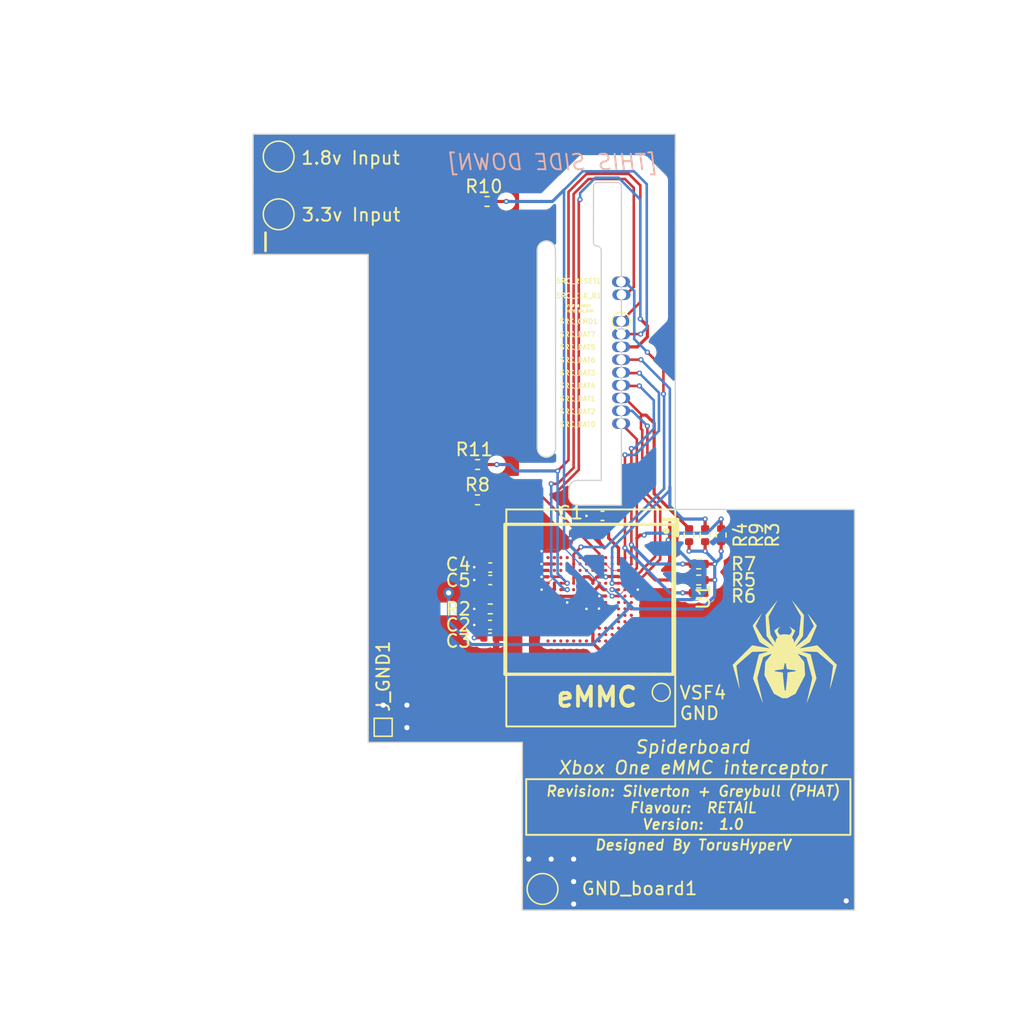
<source format=kicad_pcb>
(kicad_pcb (version 20221018) (generator pcbnew)
  (layers (0 "F.Cu" signal) (31 "B.Cu" signal) (34 "B.Paste" user) (35 "F.Paste" user) (36 "B.SilkS" user "B.Silkscreen") (37 "F.SilkS" user "F.Silkscreen") (38 "B.Mask" user) (39 "F.Mask" user) (44 "Edge.Cuts" user))
  (net 0 "")
  (net 1 "Net-(SRC_CMD1-Pin_1)")
  (net 83 "GND")
  (net 84 "+1V8")
  (net 85 "+3.3V")
  (net 86 "Net-(U1-VDDI)")
  (net 87 "Net-(U1-RCLK)")
  (net 88 "Net-(SRC_DAT0-Pin_1)")
  (net 89 "Net-(SRC_DAT1-Pin_1)")
  (net 90 "Net-(SRC_DAT2-Pin_1)")
  (net 91 "Net-(SRC_DAT3-Pin_1)")
  (net 92 "Net-(SRC_DAT4-Pin_1)")
  (net 93 "Net-(SRC_DAT5-Pin_1)")
  (net 94 "Net-(SRC_DAT6-Pin_1)")
  (net 95 "Net-(SRC_DAT7-Pin_1)")
  (net 96 "Net-(SRC_RESET1-Pin_1)")
  (net 97 "Net-(U1-VSF4)")
  (net 99 "Net-(SRC_CLK_R1-Pin_1)")
  (footprint "TestPoint:TestPoint_Pad_D2.0mm" (layer "F.Cu") (at 107.5 60.75)
    (fp_text reference "3.3v Input")
    (fp_text value "Conn_01x01_Female")
  )
  (footprint "TestPoint:TestPoint_Pad_D1.0mm" (layer "F.Cu") (at 134.2 71.0825)
    (fp_text reference "SRC_DAT5")
    (fp_text value "Conn_01x01_Female")
  )
  (footprint "Resistor_SMD:R_0402_1005Metric" (layer "F.Cu") (at 140.25 88 180)
    (fp_text reference "R7")
    (fp_text value "10KOhm")
  )
  (footprint "Resistor_SMD:R_0402_1005Metric" (layer "F.Cu") (at 139.5 85.75 90)
    (fp_text reference "R4")
    (fp_text value "10KOhm")
  )
  (footprint "TestPoint:TestPoint_Pad_D1.0mm" (layer "F.Cu") (at 134.2 69.09)
    (fp_text reference "SRC_CMD1")
    (fp_text value "Conn_01x01_Female")
  )
  (footprint "Resistor_SMD:R_0402_1005Metric" (layer "F.Cu") (at 140.25 90.25 180)
    (fp_text reference "R6")
    (fp_text value "10KOhm")
  )
  (footprint "Resistor_SMD:R_0402_1005Metric" (layer "F.Cu") (at 123 83)
    (fp_text reference "R8")
    (fp_text value "10KOhm")
  )
  (footprint "TestPoint:TestPoint_Pad_D2.0mm" (layer "F.Cu") (at 128.075 113.325)
    (fp_text reference "GND_board1")
    (fp_text value "Conn_01x01_Female")
  )
  (footprint "TestPoint:TestPoint_Pad_D1.0mm" (layer "F.Cu") (at 134.2 72.07875)
    (fp_text reference "SRC_DAT6")
    (fp_text value "Conn_01x01_Female")
  )
  (footprint "TestPoint:TestPoint_Pad_D2.0mm" (layer "F.Cu") (at 107.5 56.25)
    (fp_text reference "1.8v Input")
    (fp_text value "Conn_01x01_Female")
  )
  (footprint "TestPoint:TestPoint_Pad_D1.0mm" (layer "F.Cu") (at 134.2 76.06375)
    (fp_text reference "SRC_DAT2")
    (fp_text value "Conn_01x01_Female")
  )
  (footprint "TestPoint:TestPoint_Pad_D1.0mm" (layer "F.Cu") (at 134.2 73.075)
    (fp_text reference "SRC_DAT3")
    (fp_text value "Conn_01x01_Female")
  )
  (footprint "TestPoint:TestPoint_Pad_D1.0mm" (layer "F.Cu") (at 134.2 74.07125)
    (fp_text reference "SRC_DAT4")
    (fp_text value "Conn_01x01_Female")
  )
  (footprint "Capacitor_SMD:C_0402_1005Metric" (layer "F.Cu") (at 123.98 93.75 180)
    (fp_text reference "C3")
    (fp_text value "1uF")
  )
  (footprint "TestPoint:TestPoint_Pad_D1.0mm" (layer "F.Cu") (at 134.2 77.06)
    (fp_text reference "SRC_DAT0")
    (fp_text value "Conn_01x01_Female")
  )
  (footprint "Resistor_SMD:R_0402_1005Metric" (layer "F.Cu") (at 123.01 80.25)
    (fp_text reference "R11")
    (fp_text value "4.7KOhm")
  )
  (footprint "Resistor_SMD:R_0402_1005Metric" (layer "F.Cu") (at 140.75 85.75 90)
    (fp_text reference "R9")
    (fp_text value "10KOhm")
  )
  (footprint "TestPoint:TestPoint_Pad_D1.0mm" (layer "F.Cu") (at 134.2 75.0675)
    (fp_text reference "SRC_DAT1")
    (fp_text value "Conn_01x01_Female")
  )
  (footprint "" (layer "F.Cu") (at 137.33 99.81)
    (fp_text reference "")
    (fp_text value "")
  )
  (footprint "Resistor_SMD:R_0402_1005Metric" (layer "F.Cu") (at 142 85.75 90)
    (fp_text reference "R3")
    (fp_text value "10KOhm")
  )
  (footprint "Capacitor_SMD:C_0402_1005Metric" (layer "F.Cu") (at 132.75 84.25)
    (fp_text reference "C1")
    (fp_text value "1uF")
  )
  (footprint "Resistor_SMD:R_0402_1005Metric" (layer "F.Cu") (at 123.75 59.75)
    (fp_text reference "R10")
    (fp_text value "10KOhm")
  )
  (footprint "TestPoint:TestPoint_Pad_1.0x1.0mm" (layer "F.Cu") (at 115.65 100.725)
    (fp_text reference "J_GND1")
    (fp_text value "Conn_01x01_Female")
  )
  (footprint "Resistor_SMD:R_0402_1005Metric" (layer "F.Cu") (at 140.25 89.25 180)
    (fp_text reference "R5")
    (fp_text value "10KOhm")
  )
  (footprint "Capacitor_SMD:C_0402_1005Metric" (layer "F.Cu") (at 123.98 92.75 180)
    (fp_text reference "C2")
    (fp_text value "4.7uF")
  )
  (footprint "TestPoint:TestPoint_Pad_D1.0mm" (layer "F.Cu") (at 134.2 70.08625)
    (fp_text reference "SRC_DAT7")
    (fp_text value "Conn_01x01_Female")
  )
  (footprint "LOGO" (layer "F.Cu") (at 146.96 94.872766 180)
    (fp_text reference "G***" hide)
    (fp_text value "LOGO" hide)
  )
  (footprint "TestPoint:TestPoint_Pad_D1.0mm" (layer "F.Cu") (at 137.33 98)
    (fp_text reference "VSF4")
    (fp_text value "Conn_01x01_Female")
  )
  (footprint "Capacitor_SMD:C_0402_1005Metric" (layer "F.Cu") (at 124 88.28 180)
    (fp_text reference "C4")
    (fp_text value "4.7uF")
  )
  (footprint "TestPoint:TestPoint_Pad_1.0x1.0mm" (layer "F.Cu") (at 134.225 67.02)
    (fp_text reference "SRC_CLK_R1")
    (fp_text value "Conn_01x01_Female")
  )
  (footprint "Capacitor_SMD:C_0402_1005Metric" (layer "F.Cu") (at 124 89.25 180)
    (fp_text reference "C5")
    (fp_text value "100nF")
  )
  (footprint "MyJLCFootprints2024:FBGA-153_L13.0-W11.5-P0.50_KLMAG1JETD-B041" (layer "F.Cu") (at 131.75 90.75 -90)
    (fp_text reference "U1")
    (fp_text value "SDINBDG4-8G")
  )
  (footprint "TestPoint:TestPoint_Pad_D1.0mm" (layer "F.Cu") (at 134.19 66.01)
    (fp_text reference "SRC_RESET1")
    (fp_text value "Conn_01x01_Female")
  )
  (footprint "Resistor_SMD:R_0402_1005Metric" (layer "F.Cu") (at 124 91.5 180)
    (fp_text reference "R2")
    (fp_text value "10KOhm")
  )
  (gr_rect (start 126.8 104.77) (end 152.08 109.11) (stroke (width 0.15)) (fill none) (layer "F.SilkS"))
  (gr_rect (start 125.25 83.75) (end 138.42 100.66) (stroke (width 0.15)) (fill none) (layer "F.SilkS"))
  (gr_line (start 138.43 83.748) (end 138.425 54.5) (stroke (width 0.1)) (layer "Edge.Cuts"))
  (gr_line (start 126.5 101.9) (end 126.5 114.975) (stroke (width 0.1)) (layer "Edge.Cuts"))
  (gr_line (start 105.504325 54.5) (end 105.5 63.875) (stroke (width 0.1)) (layer "Edge.Cuts"))
  (gr_line (start 132.6508 81.483633) (end 132.65 63.55) (stroke (width 0.1)) (layer "Edge.Cuts"))
  (gr_line (start 132.45 58.275) (end 132.358358 58.275001) (stroke (width 0.1)) (layer "Edge.Cuts"))
  (gr_arc (start 130.129134 82.171334) (mid 130.32999 81.68639) (end 130.814934 81.485534) (stroke (width 0.1)) (layer "Edge.Cuts"))
  (gr_line (start 130.1242 82.7278) (end 130.129134 82.171334) (stroke (width 0.1)) (layer "Edge.Cuts"))
  (gr_line (start 134.225 58.959934) (end 134.220645 58.55) (stroke (width 0.1)) (layer "Edge.Cuts"))
  (gr_arc (start 132.357552 63.224114) (mid 132.551255 63.34445) (end 132.65 63.55) (stroke (width 0.1)) (layer "Edge.Cuts"))
  (gr_arc (start 132.048384 58.599956) (mid 132.13 58.36749) (end 132.358358 58.275001) (stroke (width 0.1)) (layer "Edge.Cuts"))
  (gr_line (start 134.225 83.4136) (end 130.814934 83.4136) (stroke (width 0.1)) (layer "Edge.Cuts"))
  (gr_line (start 132.042405 63.001266) (end 132.048384 58.599956) (stroke (width 0.1)) (layer "Edge.Cuts"))
  (gr_line (start 129.082527 63.504265) (end 129.088326 78.924264) (stroke (width 0.1)) (layer "Edge.Cuts"))
  (gr_line (start 138.425 54.5) (end 105.504325 54.5) (stroke (width 0.1)) (layer "Edge.Cuts"))
  (gr_line (start 130.814934 81.482767) (end 132.3848 81.483633) (stroke (width 0.1)) (layer "Edge.Cuts"))
  (gr_line (start 114.48 63.876) (end 114.48 101.9) (stroke (width 0.1)) (layer "Edge.Cuts"))
  (gr_line (start 132.6508 81.483633) (end 132.3848 81.483633) (stroke (width 0.1)) (layer "Edge.Cuts"))
  (gr_line (start 105.5 63.875) (end 114.48 63.876) (stroke (width 0.1)) (layer "Edge.Cuts"))
  (gr_line (start 132.356099 63.229318) (end 132.276013 63.215632) (stroke (width 0.1)) (layer "Edge.Cuts"))
  (gr_arc (start 130.81 83.4136) (mid 130.325056 83.212744) (end 130.1242 82.7278) (stroke (width 0.1)) (layer "Edge.Cuts"))
  (gr_line (start 132.45 58.275) (end 133.925 58.275) (stroke (width 0.1)) (layer "Edge.Cuts"))
  (gr_arc (start 133.916993 58.27257) (mid 134.114927 58.360819) (end 134.220645 58.55) (stroke (width 0.1)) (layer "Edge.Cuts"))
  (gr_arc (start 127.659969 63.529067) (mid 128.359161 62.823387) (end 129.082527 63.504265) (stroke (width 0.1)) (layer "Edge.Cuts"))
  (gr_line (start 152.4 114.975) (end 152.4 83.75) (stroke (width 0.1)) (layer "Edge.Cuts"))
  (gr_line (start 134.225 83.4136) (end 134.225 82.955066) (stroke (width 0.1)) (layer "Edge.Cuts"))
  (gr_line (start 127.6604 78.8924) (end 127.659968 63.529067) (stroke (width 0.1)) (layer "Edge.Cuts"))
  (gr_arc (start 129.088325 78.924264) (mid 128.362452 79.677161) (end 127.670035 78.893385) (stroke (width 0.1)) (layer "Edge.Cuts"))
  (gr_arc (start 132.276013 63.215632) (mid 132.124001 63.146818) (end 132.042405 63.001266) (stroke (width 0.1)) (layer "Edge.Cuts"))
  (gr_line (start 152.4 83.75) (end 138.43 83.748) (stroke (width 0.1)) (layer "Edge.Cuts"))
  (gr_line (start 134.225 58.959934) (end 134.225 82.955066) (stroke (width 0.1)) (layer "Edge.Cuts"))
  (gr_line (start 114.48 101.9) (end 126.5 101.9) (stroke (width 0.1)) (layer "Edge.Cuts"))
  (gr_line (start 126.5 114.975) (end 152.4 114.975) (stroke (width 0.1)) (layer "Edge.Cuts"))
  (gr_text "[THIS SIDE DOWN]" (at 137.19 56.69) (layer "B.SilkS") (effects (font (size 1.2 1.2) (thickness 0.15) italic) (justify left mirror)))
  (gr_text "Designed By TorusHyperV" (at 139.8 109.9) (layer "F.SilkS") (effects (font (size 0.8 0.8) (thickness 0.15) italic)))
  (gr_text "|" (at 106.476 62.822) (layer "F.SilkS") (effects (font (size 1 1) (thickness 0.2))))
  (gr_text "eMMC" (at 129 99.25) (layer "F.SilkS") (effects (font (size 1.5 1.5) (thickness 0.3) bold) (justify left bottom)))
  (gr_text "Spiderboard\nXbox One eMMC interceptor" (at 139.7875 103.07) (layer "F.SilkS") (effects (font (size 1 1) (thickness 0.15) italic)))
  (gr_text "free space\nhere sb_tdo" (at 129.8 68.4) (layer "F.SilkS") (effects (font (size 0.25 0.25) (thickness 0.0625) italic) (justify left bottom)))
  (gr_text "Revision: Silverton + Greybull (PHAT)\nFlavour:  RETAIL\nVersion:  1.0\n" (at 139.8 107) (layer "F.SilkS") (effects (font (size 0.8 0.8) (thickness 0.15) italic)))
  (gr_text "GND" (at 138.682976 100.22) (layer "F.SilkS") (effects (font (size 1 1)) (justify left bottom)))
  (segment (start 135.7 67.59) (end 134.2 69.09) (width 0.2) (layer "F.Cu") (net 1))
  (segment (start 131.5 57.6) (end 134.8 57.6) (width 0.2) (layer "F.Cu") (net 1))
  (segment (start 130.1 79.9) (end 130.1 59) (width 0.2) (layer "F.Cu") (net 1))
  (segment (start 130.1 59) (end 131.5 57.6) (width 0.2) (layer "F.Cu") (net 1))
  (segment (start 123.52 80.25) (end 124.5 80.25) (width 0.25) (layer "F.Cu") (net 1))
  (segment (start 129.999936 89.499936) (end 130 89.5) (width 0.2) (layer "F.Cu") (net 1))
  (segment (start 129.499936 89.499936) (end 129.999936 89.499936) (width 0.2) (layer "F.Cu") (net 1))
  (segment (start 129.25 80.75) (end 130.1 79.9) (width 0.2) (layer "F.Cu") (net 1))
  (segment (start 134.8 57.6) (end 135.7 58.5) (width 0.2) (layer "F.Cu") (net 1))
  (segment (start 135.7 58.5) (end 135.7 67.59) (width 0.2) (layer "F.Cu") (net 1))
  (via (at 124.5 80.25) (size 0.4) (drill 0.2) (layers "F.Cu" "B.Cu") (net 1))
  (via (at 130 89.5) (size 0.4) (drill 0.2) (layers "F.Cu" "B.Cu") (net 1))
  (via (at 129.25 80.75) (size 0.4) (drill 0.2) (layers "F.Cu" "B.Cu") (net 1))
  (segment (start 124.5 80.25) (end 125.5 80.25) (width 0.25) (layer "B.Cu") (net 1))
  (segment (start 129.25 88.75) (end 130 89.5) (width 0.2) (layer "B.Cu") (net 1))
  (segment (start 129.25 80.75) (end 129.25 88.75) (width 0.2) (layer "B.Cu") (net 1))
  (segment (start 126 80.75) (end 129.25 80.75) (width 0.25) (layer "B.Cu") (net 1))
  (segment (start 125.5 80.25) (end 126 80.75) (width 0.25) (layer "B.Cu") (net 1))
  (segment (start 131.676913 89) (end 132.000064 89.323151) (width 0.25) (layer "F.Cu") (net 83))
  (segment (start 132.5 90.5) (end 132.975 90.5) (width 0.25) (layer "F.Cu") (net 83))
  (segment (start 132.000064 89.323151) (end 132.323215 89) (width 0.25) (layer "F.Cu") (net 83))
  (segment (start 128.000064 88.000064) (end 128 88) (width 0.25) (layer "F.Cu") (net 83))
  (segment (start 122.75 88.25) (end 123.49 88.25) (width 0.25) (layer "F.Cu") (net 83))
  (segment (start 134.000064 89.000064) (end 133.975 88.975) (width 0.25) (layer "F.Cu") (net 83))
  (segment (start 122.75 93.75) (end 123.5 93.75) (width 0.25) (layer "F.Cu") (net 83))
  (segment (start 133.025 88.975) (end 133 89) (width 0.25) (layer "F.Cu") (net 83))
  (segment (start 131.499936 91.500064) (end 131.5 91.5) (width 0.25) (layer "F.Cu") (net 83))
  (segment (start 128.499936 88.000064) (end 128.000064 88.000064) (width 0.25) (layer "F.Cu") (net 83))
  (segment (start 122.75 91.5) (end 123.49 91.5) (width 0.25) (layer "F.Cu") (net 83))
  (segment (start 129.000064 90.000064) (end 128.499936 90.000064) (width 0.25) (layer "F.Cu") (net 83))
  (segment (start 123.49 88.25) (end 123.52 88.28) (width 0.25) (layer "F.Cu") (net 83))
  (segment (start 135.000064 90.000064) (end 135.499936 90.000064) (width 0.25) (layer "F.Cu") (net 83))
  (segment (start 122.75 92.75) (end 123.5 92.75) (width 0.25) (layer "F.Cu") (net 83))
  (segment (start 131.000064 89.323151) (end 131.323215 89) (width 0.25) (layer "F.Cu") (net 83))
  (segment (start 128.499872 90) (end 128.499936 90.000064) (width 0.25) (layer "F.Cu") (net 83))
  (segment (start 128.499872 89) (end 128.499936 89.000064) (width 0.25) (layer "F.Cu") (net 83))
  (segment (start 131.5 84.25) (end 132.27 84.25) (width 0.25) (layer "F.Cu") (net 83))
  (segment (start 122.75 89.25) (end 123.52 89.25) (width 0.25) (layer "F.Cu") (net 83))
  (segment (start 129.000064 88.000064) (end 128.499936 88.000064) (width 0.25) (layer "F.Cu") (net 83))
  (segment (start 129.000064 89.499936) (end 129.000064 90.000064) (width 0.25) (layer "F.Cu") (net 83))
  (segment (start 130.000064 91.000064) (end 130 91) (width 0.25) (layer "F.Cu") (net 83))
  (segment (start 131.323215 89) (end 131.676913 89) (width 0.25) (layer "F.Cu") (net 83))
  (segment (start 128 89) (end 128.499872 89) (width 0.25) (layer "F.Cu") (net 83))
  (segment (start 129.25 87) (end 128 87) (width 0.25) (layer "F.Cu") (net 83))
  (segment (start 135.499936 90.000064) (end 135.5 90) (width 0.25) (layer "F.Cu") (net 83))
  (segment (start 133.975 88.975) (end 133.025 88.975) (width 0.25) (layer "F.Cu") (net 83))
  (segment (start 132.323215 89) (end 133 89) (width 0.25) (layer "F.Cu") (net 83))
  (segment (start 128 90) (end 128.499872 90) (width 0.25) (layer "F.Cu") (net 83))
  (segment (start 131.000064 89.499936) (end 131.000064 89.323151) (width 0.25) (layer "F.Cu") (net 83))
  (segment (start 132.000064 89.323151) (end 132.000064 89.499936) (width 0.25) (layer "F.Cu") (net 83))
  (segment (start 131.499936 92.000064) (end 131.499936 91.500064) (width 0.25) (layer "F.Cu") (net 83))
  (segment (start 130.25 86) (end 129.25 87) (width 0.25) (layer "F.Cu") (net 83))
  (segment (start 130.499936 91.000064) (end 130.000064 91.000064) (width 0.25) (layer "F.Cu") (net 83))
  (via (at 128 89) (size 0.4) (drill 0.2) (layers "F.Cu" "B.Cu") (net 83))
  (via (at 130.5 114.5) (size 0.8) (drill 0.4) (layers "F.Cu" "B.Cu") (net 83))
  (via (at 131.5 91.5) (size 0.4) (drill 0.2) (layers "F.Cu" "B.Cu") (net 83))
  (via (at 122.75 88.25) (size 0.4) (drill 0.2) (layers "F.Cu" "B.Cu") (net 83))
  (via (at 137.875 86.125) (size 0.4) (drill 0.2) (layers "F.Cu" "B.Cu") (net 83))
  (via (at 132.5 90.5) (size 0.4) (drill 0.2) (layers "F.Cu" "B.Cu") (net 83))
  (via (at 130 91) (size 0.4) (drill 0.2) (layers "F.Cu" "B.Cu") (net 83))
  (via (at 122.75 91.5) (size 0.4) (drill 0.2) (layers "F.Cu" "B.Cu") (net 83))
  (via (at 128 90) (size 0.4) (drill 0.2) (layers "F.Cu" "B.Cu") (net 83))
  (via (at 132.474394 91.476177) (size 0.4) (drill 0.2) (layers "F.Cu" "B.Cu") (net 83))
  (via (at 130.5 111) (size 0.8) (drill 0.4) (layers "F.Cu" "B.Cu") (net 83))
  (via (at 131.5 84.25) (size 0.4) (drill 0.2) (layers "F.Cu" "B.Cu") (net 83))
  (via (at 135.5 90) (size 0.4) (drill 0.2) (layers "F.Cu" "B.Cu") (net 83))
  (via (at 128.75 111) (size 0.8) (drill 0.4) (layers "F.Cu" "B.Cu") (net 83))
  (via (at 130.25 86) (size 0.4) (drill 0.2) (layers "F.Cu" "B.Cu") (net 83))
  (via (at 127 111) (size 0.8) (drill 0.4) (layers "F.Cu" "B.Cu") (net 83))
  (via (at 117.5 100.75) (size 0.8) (drill 0.4) (layers "F.Cu" "B.Cu") (net 83))
  (via (at 130.5 112.75) (size 0.8) (drill 0.4) (layers "F.Cu" "B.Cu") (net 83))
  (via (at 115.65 99) (size 0.8) (drill 0.4) (layers "F.Cu" "B.Cu") (net 83))
  (via (at 122.75 89.25) (size 0.4) (drill 0.2) (layers "F.Cu" "B.Cu") (net 83))
  (via (at 122.75 92.75) (size 0.4) (drill 0.2) (layers "F.Cu" "B.Cu") (net 83))
  (via (at 133 89) (size 0.4) (drill 0.2) (layers "F.Cu" "B.Cu") (net 83))
  (via (at 128 87) (size 0.4) (drill 0.2) (layers "F.Cu" "B.Cu") (net 83))
  (via (at 128 88) (size 0.4) (drill 0.2) (layers "F.Cu" "B.Cu") (net 83))
  (via (at 151.75 114.25) (size 0.8) (drill 0.4) (layers "F.Cu" "B.Cu") (net 83))
  (via (at 117.5 99) (size 0.8) (drill 0.4) (layers "F.Cu" "B.Cu") (net 83))
  (via (at 122.75 93.75) (size 0.4) (drill 0.2) (layers "F.Cu" "B.Cu") (net 83))
  (segment (start 133 89) (end 132.652315 89) (width 0.25) (layer "B.Cu") (net 83))
  (segment (start 135.5 90) (end 136.275 90.775) (width 0.25) (layer "B.Cu") (net 83))
  (segment (start 132.652315 89) (end 130.25 86.597685) (width 0.25) (layer "B.Cu") (net 83))
  (segment (start 130.25 86.597685) (end 130.25 86) (width 0.25) (layer "B.Cu") (net 83))
  (segment (start 136.275 90.775) (end 139.725 90.775) (width 0.25) (layer "B.Cu") (net 83))
  (segment (start 130.25 86) (end 130.25 85.5) (width 0.25) (layer "B.Cu") (net 83))
  (segment (start 130.25 85.5) (end 131.5 84.25) (width 0.25) (layer "B.Cu") (net 83))
  (segment (start 140.25 88.5) (end 137.875 86.125) (width 0.25) (layer "B.Cu") (net 83))
  (segment (start 139.725 90.775) (end 140.25 90.25) (width 0.25) (layer "B.Cu") (net 83))
  (segment (start 140.25 90.25) (end 140.25 88.5) (width 0.25) (layer "B.Cu") (net 83))
  (segment (start 128.499936 88.499936) (end 129.000064 89.000064) (width 0.05) (layer "F.Cu") (net 84))
  (segment (start 124.48 89.25) (end 124.729936 89.499936) (width 0.25) (layer "F.Cu") (net 84))
  (segment (start 140.76 88) (end 141.5 88) (width 0.25) (layer "F.Cu") (net 84))
  (segment (start 134 90) (end 134.000064 90.000064) (width 0.15) (layer "F.Cu") (net 84))
  (segment (start 124.48 88.28) (end 124.699936 88.499936) (width 0.25) (layer "F.Cu") (net 84))
  (segment (start 124.729936 89.499936) (end 128.499936 89.499936) (width 0.25) (layer "F.Cu") (net 84))
  (segment (start 140.76 89.25) (end 141.5 89.25) (width 0.25) (layer "F.Cu") (net 84))
  (segment (start 139.5 86.26) (end 139.5 87) (width 0.25) (layer "F.Cu") (net 84))
  (segment (start 129.499936 89.000064) (end 129.000064 89.000064) (width 0.2) (layer "F.Cu") (net 84))
  (segment (start 128.999808 89.000064) (end 129.000064 89.000064) (width 0.05) (layer "F.Cu") (net 84))
  (segment (start 128.499936 89.499936) (end 128.999808 89.000064) (width 0.05) (layer "F.Cu") (net 84))
  (segment (start 142 86.26) (end 142 87) (width 0.25) (layer "F.Cu") (net 84))
  (segment (start 140.75 86.26) (end 140.75 87) (width 0.25) (layer "F.Cu") (net 84))
  (segment (start 124.699936 88.499936) (end 128.499936 88.499936) (width 0.25) (layer "F.Cu") (net 84))
  (segment (start 133.5 90) (end 134 90) (width 0.15) (layer "F.Cu") (net 84))
  (via (at 142 87) (size 0.4) (drill 0.2) (layers "F.Cu" "B.Cu") (net 84))
  (via (at 141.5 88) (size 0.4) (drill 0.2) (layers "F.Cu" "B.Cu") (net 84))
  (via (at 140.75 87) (size 0.4) (drill 0.2) (layers "F.Cu" "B.Cu") (net 84))
  (via (at 120.75 90.25) (size 0.8) (drill 0.4) (layers "F.Cu" "B.Cu") (net 84))
  (via (at 139.5 87) (size 0.4) (drill 0.2) (layers "F.Cu" "B.Cu") (net 84))
  (via (at 133.5 90) (size 0.4) (drill 0.2) (layers "F.Cu" "B.Cu") (net 84))
  (via (at 141.5 89.25) (size 0.4) (drill 0.2) (layers "F.Cu" "B.Cu") (net 84))
  (segment (start 142 87.5) (end 141.5 88) (width 0.25) (layer "B.Cu") (net 84))
  (segment (start 131.975 94.275) (end 122.525 94.275) (width 0.25) (layer "B.Cu") (net 84))
  (segment (start 134.75 91.5) (end 131.975 94.275) (width 0.25) (layer "B.Cu") (net 84))
  (segment (start 140.75 87) (end 141.5 87.75) (width 0.25) (layer "B.Cu") (net 84))
  (segment (start 133.5 90) (end 133.671752 90) (width 0.2) (layer "B.Cu") (net 84))
  (segment (start 139.5 87) (end 140.75 87) (width 0.25) (layer "B.Cu") (net 84))
  (segment (start 141.5 88) (end 141.5 89.25) (width 0.25) (layer "B.Cu") (net 84))
  (segment (start 133.671752 90) (end 134.75 91.078248) (width 0.2) (layer "B.Cu") (net 84))
  (segment (start 141.5 89.25) (end 141.5 90.5) (width 0.25) (layer "B.Cu") (net 84))
  (segment (start 122.525 94.275) (end 120.75 92.5) (width 0.25) (layer "B.Cu") (net 84))
  (segment (start 134.75 91.078248) (end 134.75 91.5) (width 0.25) (layer "B.Cu") (net 84))
  (segment (start 141.5 90.5) (end 140.5 91.5) (width 0.25) (layer "B.Cu") (net 84))
  (segment (start 135.171752 91.5) (end 134.75 91.078248) (width 0.25) (layer "B.Cu") (net 84))
  (segment (start 120.75 92.5) (end 120.75 90.25) (width 0.25) (layer "B.Cu") (net 84))
  (segment (start 141.5 87.75) (end 141.5 88) (width 0.25) (layer "B.Cu") (net 84))
  (segment (start 140.5 91.5) (end 135.171752 91.5) (width 0.25) (layer "B.Cu") (net 84))
  (segment (start 142 87) (end 142 87.5) (width 0.25) (layer "B.Cu") (net 84))
  (segment (start 129.499936 91.499936) (end 129.000064 91.499936) (width 0.25) (layer "F.Cu") (net 85))
  (segment (start 124.46 92.75) (end 125.710064 91.499936) (width 0.25) (layer "F.Cu") (net 85))
  (segment (start 130.499936 91.499936) (end 129.499936 91.499936) (width 0.25) (layer "F.Cu") (net 85))
  (segment (start 130.676721 91.499936) (end 130.499936 91.499936) (width 0.25) (layer "F.Cu") (net 85))
  (segment (start 132.499936 89.676721) (end 130.676721 91.499936) (width 0.25) (layer "F.Cu") (net 85))
  (segment (start 133.000064 90.000064) (end 132.823279 90.000064) (width 0.25) (layer "F.Cu") (net 85))
  (segment (start 125.710064 91.499936) (end 127.25 91.499936) (width 0.25) (layer "F.Cu") (net 85))
  (segment (start 131.000064 92.000064) (end 131.000064 91.823279) (width 0.25) (layer "F.Cu") (net 85))
  (segment (start 124.46 93.75) (end 124.999936 93.75) (width 0.25) (layer "F.Cu") (net 85))
  (segment (start 131.000064 91.823279) (end 130.676721 91.499936) (width 0.25) (layer "F.Cu") (net 85))
  (segment (start 132.823279 90.000064) (end 132.499936 89.676721) (width 0.25) (layer "F.Cu") (net 85))
  (segment (start 132.499936 89.499936) (end 132.499936 89.676721) (width 0.25) (layer "F.Cu") (net 85))
  (segment (start 124.999936 93.75) (end 127.25 91.499936) (width 0.25) (layer "F.Cu") (net 85))
  (segment (start 127.25 91.499936) (end 128.499936 91.499936) (width 0.25) (layer "F.Cu") (net 85))
  (segment (start 129.000064 91.499936) (end 128.499936 91.499936) (width 0.25) (layer "F.Cu") (net 85))
  (segment (start 134.000064 87.499936) (end 134.000064 86.750064) (width 0.25) (layer "F.Cu") (net 86))
  (segment (start 134.000064 86.750064) (end 133.23 85.98) (width 0.25) (layer "F.Cu") (net 86))
  (segment (start 133.23 85.98) (end 133.23 84.25) (width 0.25) (layer "F.Cu") (net 86))
  (segment (start 134.000064 88.000064) (end 134.000064 87.499936) (width 0.25) (layer "F.Cu") (net 86))
  (segment (start 129.499936 90.499936) (end 129.000064 90.499936) (width 0.25) (layer "F.Cu") (net 87))
  (segment (start 130.499936 90.499936) (end 130.474872 90.525) (width 0.25) (layer "F.Cu") (net 87))
  (segment (start 130.474872 90.525) (end 129.525 90.525) (width 0.25) (layer "F.Cu") (net 87))
  (segment (start 127.773151 91.049936) (end 124.960064 91.049936) (width 0.25) (layer "F.Cu") (net 87))
  (segment (start 128.499936 90.499936) (end 128.323151 90.499936) (width 0.25) (layer "F.Cu") (net 87))
  (segment (start 129.525 90.525) (end 129.499936 90.499936) (width 0.25) (layer "F.Cu") (net 87))
  (segment (start 124.960064 91.049936) (end 124.51 91.5) (width 0.25) (layer "F.Cu") (net 87))
  (segment (start 131.499936 89.736457) (end 131.499936 89.499936) (width 0.25) (layer "F.Cu") (net 87))
  (segment (start 130.736457 90.499936) (end 131.499936 89.736457) (width 0.25) (layer "F.Cu") (net 87))
  (segment (start 129.000064 90.499936) (end 128.499936 90.499936) (width 0.25) (layer "F.Cu") (net 87))
  (segment (start 130.499936 90.499936) (end 130.736457 90.499936) (width 0.25) (layer "F.Cu") (net 87))
  (segment (start 128.323151 90.499936) (end 127.773151 91.049936) (width 0.25) (layer "F.Cu") (net 87))
  (segment (start 136 85.75) (end 135.67507 85.75) (width 0.25) (layer "F.Cu") (net 88))
  (segment (start 135.42507 86) (end 135.42507 88.32493) (width 0.2) (layer "F.Cu") (net 88))
  (segment (start 135.67507 85.75) (end 135.42507 86) (width 0.25) (layer "F.Cu") (net 88))
  (segment (start 134.2 77.06) (end 135.42507 78.28507) (width 0.2) (layer "F.Cu") (net 88))
  (segment (start 135.42507 88.32493) (end 135.250064 88.499936) (width 0.2) (layer "F.Cu") (net 88))
  (segment (start 135.250064 88.499936) (end 135.000064 88.499936) (width 0.2) (layer "F.Cu") (net 88))
  (segment (start 142 85.24) (end 142 84.5) (width 0.25) (layer "F.Cu") (net 88))
  (segment (start 135.42507 78.28507) (end 135.42507 86) (width 0.2) (layer "F.Cu") (net 88))
  (via (at 142 84.5) (size 0.4) (drill 0.2) (layers "F.Cu" "B.Cu") (net 88))
  (via (at 136 85.75) (size 0.4) (drill 0.2) (layers "F.Cu" "B.Cu") (net 88))
  (segment (start 136.15 85.6) (end 140.9 85.6) (width 0.25) (layer "B.Cu") (net 88))
  (segment (start 140.9 85.6) (end 142 84.5) (width 0.25) (layer "B.Cu") (net 88))
  (segment (start 136 85.75) (end 136.15 85.6) (width 0.25) (layer "B.Cu") (net 88))
  (segment (start 135.825 88.490686) (end 135.825 88.455332) (width 0.2) (layer "F.Cu") (net 89))
  (segment (start 139.5 85.24) (end 136.775 82.515) (width 0.25) (layer "F.Cu") (net 89))
  (segment (start 136.775 77.025) (end 136.148871 76.398871) (width 0.25) (layer "F.Cu") (net 89))
  (segment (start 135.85 82.756725) (end 135.85 77.557107) (width 0.2) (layer "F.Cu") (net 89))
  (segment (start 135.825 88.455332) (end 136.85 87.430332) (width 0.2) (layer "F.Cu") (net 89))
  (segment (start 136.85 83.756726) (end 135.85 82.756725) (width 0.2) (layer "F.Cu") (net 89))
  (segment (start 135.75 76.473941) (end 135.82507 76.398871) (width 0.2) (layer "F.Cu") (net 89))
  (segment (start 135.315622 89.000064) (end 135.825 88.490686) (width 0.2) (layer "F.Cu") (net 89))
  (segment (start 135.000064 89.000064) (end 135.315622 89.000064) (width 0.2) (layer "F.Cu") (net 89))
  (segment (start 134.493699 75.0675) (end 134.2 75.0675) (width 0.2) (layer "F.Cu") (net 89))
  (segment (start 136.775 82.515) (end 136.775 77.025) (width 0.25) (layer "F.Cu") (net 89))
  (segment (start 136.148871 76.398871) (end 135.82507 76.398871) (width 0.25) (layer "F.Cu") (net 89))
  (segment (start 135.82507 76.398871) (end 134.493699 75.0675) (width 0.2) (layer "F.Cu") (net 89))
  (segment (start 135.75 77.457107) (end 135.75 76.473941) (width 0.2) (layer "F.Cu") (net 89))
  (segment (start 136.85 87.430332) (end 136.85 83.756726) (width 0.2) (layer "F.Cu") (net 89))
  (segment (start 135.85 77.557107) (end 135.75 77.457107) (width 0.2) (layer "F.Cu") (net 89))
  (segment (start 136.868628 89.25) (end 136.25 88.631372) (width 0.25) (layer "F.Cu") (net 90))
  (segment (start 136.25 88.631372) (end 137.25 87.631372) (width 0.2) (layer "F.Cu") (net 90))
  (segment (start 136.25 82.59104) (end 136.25 77.25) (width 0.2) (layer "F.Cu") (net 90))
  (segment (start 137.25 83.59104) (end 136.25 82.59104) (width 0.2) (layer "F.Cu") (net 90))
  (segment (start 139.74 89.25) (end 136.868628 89.25) (width 0.25) (layer "F.Cu") (net 90))
  (segment (start 137.25 87.631372) (end 137.25 83.59104) (width 0.2) (layer "F.Cu") (net 90))
  (segment (start 135.381436 89.499936) (end 136.25 88.631372) (width 0.2) (layer "F.Cu") (net 90))
  (segment (start 135.000064 89.499936) (end 135.381436 89.499936) (width 0.2) (layer "F.Cu") (net 90))
  (segment (start 134.2 76.06375) (end 134.5 76.06375) (width 0.2) (layer "F.Cu") (net 90))
  (via (at 136.25 77.25) (size 0.4) (drill 0.2) (layers "F.Cu" "B.Cu") (net 90))
  (segment (start 136.25 77.25) (end 135.06375 76.06375) (width 0.2) (layer "B.Cu") (net 90))
  (segment (start 135.06375 76.06375) (end 134.2 76.06375) (width 0.2) (layer "B.Cu") (net 90))
  (segment (start 134.499936 88.000064) (end 134.499936 79.500064) (width 0.2) (layer "F.Cu") (net 91))
  (segment (start 134.499936 79.500064) (end 134.5 79.5) (width 0.2) (layer "F.Cu") (net 91))
  (segment (start 135.625 73.125) (end 134.25 73.125) (width 0.2) (layer "F.Cu") (net 91))
  (segment (start 139.74 90.25) (end 139 90.25) (width 0.25) (layer "F.Cu") (net 91))
  (segment (start 134.25 73.125) (end 134.2 73.075) (width 0.2) (layer "F.Cu") (net 91))
  (via (at 139 90.25) (size 0.4) (drill 0.2) (layers "F.Cu" "B.Cu") (net 91))
  (via (at 134.5 79.5) (size 0.4) (drill 0.2) (layers "F.Cu" "B.Cu") (net 91))
  (via (at 135.625 73.125) (size 0.4) (drill 0.2) (layers "F.Cu" "B.Cu") (net 91))
  (via (at 134.5 86.75) (size 0.4) (drill 0.2) (layers "F.Cu" "B.Cu") (net 91))
  (segment (start 135.625 73.125) (end 137.15 74.65) (width 0.2) (layer "B.Cu") (net 91))
  (segment (start 137.15 77.622793) (end 135.272793 79.5) (width 0.2) (layer "B.Cu") (net 91))
  (segment (start 138 90.25) (end 134.5 86.75) (width 0.25) (layer "B.Cu") (net 91))
  (segment (start 139 90.25) (end 138 90.25) (width 0.25) (layer "B.Cu") (net 91))
  (segment (start 135.272793 79.5) (end 134.5 79.5) (width 0.2) (layer "B.Cu") (net 91))
  (segment (start 137.15 74.65) (end 137.15 77.622793) (width 0.2) (layer "B.Cu") (net 91))
  (segment (start 134.999808 88.000064) (end 135.000064 88.000064) (width 0.05) (layer "F.Cu") (net 92))
  (segment (start 135.625 74.125) (end 134.25375 74.125) (width 0.2) (layer "F.Cu") (net 92))
  (segment (start 135.000064 87.499936) (end 135.000064 79.000064) (width 0.2) (layer "F.Cu") (net 92))
  (segment (start 139.74 88) (end 139 88) (width 0.25) (layer "F.Cu") (net 92))
  (segment (start 134.499936 88.499936) (end 134.999808 88.000064) (width 0.05) (layer "F.Cu") (net 92))
  (segment (start 134.25375 74.125) (end 134.2 74.07125) (width 0.2) (layer "F.Cu") (net 92))
  (segment (start 135 79) (end 135 79.25) (width 0.2) (layer "F.Cu") (net 92))
  (segment (start 135.000064 87.499936) (end 135.000064 88.000064) (width 0.2) (layer "F.Cu") (net 92))
  (segment (start 135.000064 79.000064) (end 135 79) (width 0.2) (layer "F.Cu") (net 92))
  (via (at 135 86.5) (size 0.4) (drill 0.2) (layers "F.Cu" "B.Cu") (net 92))
  (via (at 139 88) (size 0.4) (drill 0.2) (layers "F.Cu" "B.Cu") (net 92))
  (via (at 135.625 74.125) (size 0.4) (drill 0.2) (layers "F.Cu" "B.Cu") (net 92))
  (via (at 135 79) (size 0.4) (drill 0.2) (layers "F.Cu" "B.Cu") (net 92))
  (segment (start 135.207107 79) (end 135 79) (width 0.2) (layer "B.Cu") (net 92))
  (segment (start 136.5 88) (end 135 86.5) (width 0.25) (layer "B.Cu") (net 92))
  (segment (start 139 88) (end 136.5 88) (width 0.25) (layer "B.Cu") (net 92))
  (segment (start 136.75 77.457107) (end 135.207107 79) (width 0.2) (layer "B.Cu") (net 92))
  (segment (start 135.625 74.125) (end 136.75 75.25) (width 0.2) (layer "B.Cu") (net 92))
  (segment (start 136.75 75.25) (end 136.75 77.457107) (width 0.2) (layer "B.Cu") (net 92))
  (segment (start 130.9 59.6995) (end 130.9 80.665686) (width 0.2) (layer "F.Cu") (net 93))
  (segment (start 135.7 68.9) (end 136.2495 69.4495) (width 0.25) (layer "F.Cu") (net 93))
  (segment (start 127.048822 81.748822) (end 129.25 83.95) (width 0.2) (layer "F.Cu") (net 93))
  (segment (start 136.2495 70.303713) (end 135.470713 71.0825) (width 0.25) (layer "F.Cu") (net 93))
  (segment (start 124.761178 81.748822) (end 127.048822 81.748822) (width 0.2) (layer "F.Cu") (net 93))
  (segment (start 133.499936 88.499936) (end 133.000064 88.000064) (width 0.05) (layer "F.Cu") (net 93))
  (segment (start 130.9 80.665686) (end 129.25 82.315686) (width 0.2) (layer "F.Cu") (net 93))
  (segment (start 129.25 83.95) (end 132.499936 87.199936) (width 0.2) (layer "F.Cu") (net 93))
  (segment (start 134.000064 88.499936) (end 133.499936 88.499936) (width 0.05) (layer "F.Cu") (net 93))
  (segment (start 129.25 82.315686) (end 129.25 83.95) (width 0.2) (layer "F.Cu") (net 93))
  (segment (start 136.2495 69.4495) (end 136.2495 70.303713) (width 0.25) (layer "F.Cu") (net 93))
  (segment (start 132.499936 87.199936) (end 132.499936 87.499936) (width 0.2) (layer "F.Cu") (net 93))
  (segment (start 134.499936 89.000064) (end 134.000064 88.500192) (width 0.05) (layer "F.Cu") (net 93))
  (segment (start 135.470713 71.0825) (end 134.2 71.0825) (width 0.25) (layer "F.Cu") (net 93))
  (segment (start 124.761178 81.748822) (end 123.51 83) (width 0.2) (layer "F.Cu") (net 93))
  (segment (start 133.000064 88.000064) (end 132.499936 87.499936) (width 0.05) (layer "F.Cu") (net 93))
  (segment (start 134.000064 88.500192) (end 134.000064 88.499936) (width 0.05) (layer "F.Cu") (net 93))
  (segment (start 130.9995 59.6) (end 130.9 59.6995) (width 0.2) (layer "F.Cu") (net 93))
  (via (at 135.7 68.9) (size 0.4) (drill 0.2) (layers "F.Cu" "B.Cu") (net 93))
  (via (at 130.9995 59.6) (size 0.4) (drill 0.2) (layers "F.Cu" "B.Cu") (net 93))
  (segment (start 130.9995 59.6) (end 130.9995 59.1005) (width 0.2) (layer "B.Cu") (net 93))
  (segment (start 130.9995 59.1005) (end 132.2 57.9) (width 0.2) (layer "B.Cu") (net 93))
  (segment (start 135.7 59.6) (end 135.7 68.8) (width 0.2) (layer "B.Cu") (net 93))
  (segment (start 132.2 57.9) (end 134 57.9) (width 0.2) (layer "B.Cu") (net 93))
  (segment (start 134 57.9) (end 135.7 59.6) (width 0.2) (layer "B.Cu") (net 93))
  (segment (start 140.75 84.5) (end 140.75 85.24) (width 0.25) (layer "F.Cu") (net 94))
  (segment (start 133.500064 89.499936) (end 133.5 89.5) (width 0.2) (layer "F.Cu") (net 94))
  (segment (start 134.000064 89.499936) (end 133.500064 89.499936) (width 0.2) (layer "F.Cu") (net 94))
  (segment (start 134.499936 89.499936) (end 134.000064 89.499936) (width 0.2) (layer "F.Cu") (net 94))
  (segment (start 135.75 72.07875) (end 134.2 72.07875) (width 0.2) (layer "F.Cu") (net 94))
  (via (at 140.75 84.5) (size 0.4) (drill 0.2) (layers "F.Cu" "B.Cu") (net 94))
  (via (at 135.75 72.07875) (size 0.4) (drill 0.2) (layers "F.Cu" "B.Cu") (net 94))
  (via (at 133.5 89.5) (size 0.4) (drill 0.2) (layers "F.Cu" "B.Cu") (net 94))
  (segment (start 138 74.32875) (end 138 82) (width 0.2) (layer "B.Cu") (net 94))
  (segment (start 133.5 86.75) (end 133.5 89.5) (width 0.2) (layer "B.Cu") (net 94))
  (segment (start 139.005211 84.5) (end 138 83.494789) (width 0.25) (layer "B.Cu") (net 94))
  (segment (start 135.75 72.07875) (end 138 74.32875) (width 0.2) (layer "B.Cu") (net 94))
  (segment (start 140.75 84.5) (end 139.005211 84.5) (width 0.25) (layer "B.Cu") (net 94))
  (segment (start 138 83.494789) (end 138 82) (width 0.25) (layer "B.Cu") (net 94))
  (segment (start 138 82) (end 138 82.25) (width 0.2) (layer "B.Cu") (net 94))
  (segment (start 138 82.25) (end 133.5 86.75) (width 0.2) (layer "B.Cu") (net 94))
  (segment (start 134.499936 90.000064) (end 134.000064 90.499936) (width 0.05) (layer "F.Cu") (net 95))
  (segment (start 124.26 59.75) (end 125.25 59.75) (width 0.25) (layer "F.Cu") (net 95))
  (segment (start 134 90.5) (end 134.000064 90.499936) (width 0.2) (layer "F.Cu") (net 95))
  (segment (start 133.5 90.5) (end 134 90.5) (width 0.2) (layer "F.Cu") (net 95))
  (segment (start 135.7245 70.08625) (end 134.2 70.08625) (width 0.2) (layer "F.Cu") (net 95))
  (via (at 125.25 59.75) (size 0.4) (drill 0.2) (layers "F.Cu" "B.Cu") (net 95))
  (via (at 135.7245 70.08625) (size 0.4) (drill 0.2) (layers "F.Cu" "B.Cu") (net 95))
  (via (at 133.5 90.5) (size 0.4) (drill 0.2) (layers "F.Cu" "B.Cu") (net 95))
  (segment (start 129.75 58.85) (end 129.75 86.75) (width 0.2) (layer "B.Cu") (net 95))
  (segment (start 136.2 58.4) (end 135.2 57.4) (width 0.2) (layer "B.Cu") (net 95))
  (segment (start 136.2 69.61075) (end 136.2 58.4) (width 0.2) (layer "B.Cu") (net 95))
  (segment (start 128.85 59.75) (end 129.75 58.85) (width 0.25) (layer "B.Cu") (net 95))
  (segment (start 125.25 59.75) (end 128.85 59.75) (width 0.25) (layer "B.Cu") (net 95))
  (segment (start 131.2 57.4) (end 129.75 58.85) (width 0.2) (layer "B.Cu") (net 95))
  (segment (start 129.75 86.75) (end 133.5 90.5) (width 0.1) (layer "B.Cu") (net 95))
  (segment (start 135.7245 70.08625) (end 136.2 69.61075) (width 0.2) (layer "B.Cu") (net 95))
  (segment (start 135.2 57.4) (end 131.2 57.4) (width 0.2) (layer "B.Cu") (net 95))
  (segment (start 131.072389 86.677611) (end 130.499936 87.250064) (width 0.2) (layer "F.Cu") (net 96))
  (segment (start 130.499936 87.250064) (end 130.499936 87.499936) (width 0.2) (layer "F.Cu") (net 96))
  (segment (start 137.5 74.75) (end 137.5 72.75) (width 0.2) (layer "F.Cu") (net 96))
  (segment (start 130.499936 89.499936) (end 130.499936 87.499936) (width 0.2) (layer "F.Cu") (net 96))
  (segment (start 137.5 72.75) (end 136.25 71.5) (width 0.2) (layer "F.Cu") (net 96))
  (via (at 136.25 71.5) (size 0.4) (drill 0.2) (layers "F.Cu" "B.Cu") (net 96))
  (via (at 131.072389 86.677611) (size 0.4) (drill 0.2) (layers "F.Cu" "B.Cu") (net 96))
  (via (at 137.5 74.75) (size 0.4) (drill 0.2) (layers "F.Cu" "B.Cu") (net 96))
  (segment (start 135.225 66.730051) (end 134.504949 66.01) (width 0.2) (layer "B.Cu") (net 96))
  (segment (start 137.55 82.134314) (end 137.55 74.75) (width 0.2) (layer "B.Cu") (net 96))
  (segment (start 135.225 70.475) (end 135.225 66.730051) (width 0.2) (layer "B.Cu") (net 96))
  (segment (start 131.072389 86.677611) (end 133.006703 86.677611) (width 0.2) (layer "B.Cu") (net 96))
  (segment (start 136.25 71.5) (end 135.225 70.475) (width 0.2) (layer "B.Cu") (net 96))
  (segment (start 133.006703 86.677611) (end 137.55 82.134314) (width 0.2) (layer "B.Cu") (net 96))
  (segment (start 134.504949 66.01) (end 134.19 66.01) (width 0.2) (layer "B.Cu") (net 96))
  (segment (start 130.823087 92.5) (end 131.636277 92.5) (width 0.25) (layer "F.Cu") (net 97))
  (segment (start 130.499936 92.176849) (end 130.823087 92.5) (width 0.25) (layer "F.Cu") (net 97))
  (segment (start 132.000064 93.000064) (end 132.000064 93.499936) (width 0.25) (layer "F.Cu") (net 97))
  (segment (start 135.5 96.25) (end 137.25 98) (width 0.25) (layer "F.Cu") (net 97))
  (segment (start 130.499936 92.000064) (end 130.499936 92.176849) (width 0.25) (layer "F.Cu") (net 97))
  (segment (start 131.636277 92.5) (end 132.000064 92.863787) (width 0.25) (layer "F.Cu") (net 97))
  (segment (start 134.073215 96.25) (end 135.5 96.25) (width 0.25) (layer "F.Cu") (net 97))
  (segment (start 132.000064 94.000064) (end 132.000064 94.176849) (width 0.25) (layer "F.Cu") (net 97))
  (segment (start 132.000064 93.499936) (end 132.000064 94.000064) (width 0.25) (layer "F.Cu") (net 97))
  (segment (start 132.000064 92.863787) (end 132.000064 93.000064) (width 0.25) (layer "F.Cu") (net 97))
  (segment (start 132.000064 94.176849) (end 134.073215 96.25) (width 0.25) (layer "F.Cu") (net 97))
  (segment (start 130.5 80.5) (end 130.5 59.165686) (width 0.2) (layer "F.Cu") (net 99))
  (segment (start 129.499936 90.000064) (end 129.999936 90.000064) (width 0.2) (layer "F.Cu") (net 99))
  (segment (start 131.665686 58) (end 134.5 58) (width 0.2) (layer "F.Cu") (net 99))
  (segment (start 130.5 59.165686) (end 131.665686 58) (width 0.2) (layer "F.Cu") (net 99))
  (segment (start 135.19 58.69) (end 135.19 66.41) (width 0.2) (layer "F.Cu") (net 99))
  (segment (start 128.75 81.75) (end 129.25 81.75) (width 0.2) (layer "F.Cu") (net 99))
  (segment (start 135.19 66.41) (end 134.58 67.02) (width 0.2) (layer "F.Cu") (net 99))
  (segment (start 134.5 58) (end 135.19 58.69) (width 0.2) (layer "F.Cu") (net 99))
  (segment (start 129.999936 90.000064) (end 130 90) (width 0.2) (layer "F.Cu") (net 99))
  (segment (start 129.25 81.75) (end 130.5 80.5) (width 0.2) (layer "F.Cu") (net 99))
  (segment (start 134.58 67.02) (end 134.225 67.02) (width 0.2) (layer "F.Cu") (net 99))
  (segment (start 134.502 66.998) (end 134.48 67.02) (width 0.25) (layer "F.Cu") (net 99))
  (via (at 128.75 81.75) (size 0.4) (drill 0.2) (layers "F.Cu" "B.Cu") (net 99))
  (via (at 130 90) (size 0.4) (drill 0.2) (layers "F.Cu" "B.Cu") (net 99))
  (segment (start 128.75 88.957107) (end 129.792893 90) (width 0.2) (layer "B.Cu") (net 99))
  (segment (start 128.75 81.75) (end 128.75 88.957107) (width 0.2) (layer "B.Cu") (net 99))
  (segment (start 129.792893 90) (end 130 90) (width 0.2) (layer "B.Cu") (net 99))
  (zone (net 84) (net_name "+1V8") (layer "F.Cu") (priority 2) (connect_pads (clearance 0.508)) (min_thickness 0.25) (fill yes (thermal_gap 0.5) (thermal_bridge_width 0.5))
    (polygon (pts (xy 105.25 58.5) (xy 105.25 54.25) (xy 127.25 54.25) (xy 127.25 83.5) (xy 127.25 91) (xy 119.75 91) (xy 119.75 58.5)))
  )
  (zone (net 83) (net_name "GND") (layer "F.Cu") (connect_pads (clearance 0.508)) (min_thickness 0.254) (fill yes (thermal_gap 0.508) (thermal_bridge_width 0.508))
    (polygon (pts (xy 157.988 121.92) (xy 93.98 121.92) (xy 93.98 50.8) (xy 157.988 50.8)))
  )
  (zone (net 85) (net_name "+3.3V") (layer "F.Cu") (priority 1) (connect_pads (clearance 0.508)) (min_thickness 0.25) (fill yes (thermal_gap 0.5) (thermal_bridge_width 0.5))
    (polygon (pts (xy 105.25 58.75) (xy 119.5 58.5) (xy 119.5 92) (xy 126.5 92) (xy 126.5 95.25) (xy 114.25 95.25) (xy 114.25 64.25) (xy 105.25 64.25)))
  )
  (zone (net 83) (net_name "GND") (layer "B.Cu") (connect_pads (clearance 0.508)) (min_thickness 0.254) (fill yes (thermal_gap 0.508) (thermal_bridge_width 0.508))
    (polygon (pts (xy 164.25 44.475) (xy 165.4 123.875) (xy 85.775 123.875) (xy 85.775 44.05)))
  )
)
</source>
